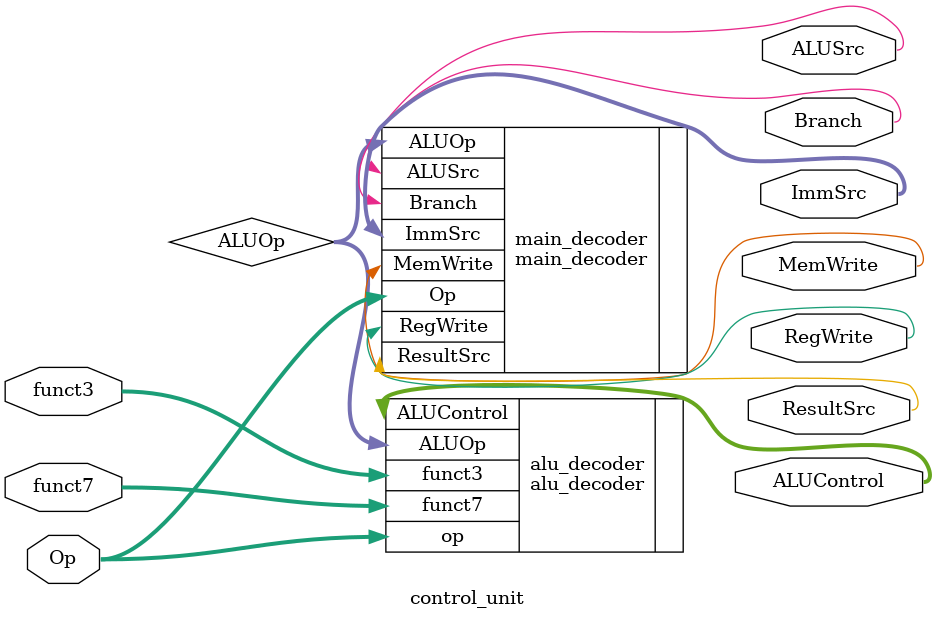
<source format=v>
`include "alu_decoder.v"
`include "main_decoder.v"

module control_unit (
    Op,
    RegWrite,
    ImmSrc,
    ALUSrc,
    MemWrite,
    ResultSrc,
    Branch,
    funct3,
    funct7,
    ALUControl
);

  input [6:0] Op, funct7;
  input [2:0] funct3;
  output RegWrite, ALUSrc, MemWrite, ResultSrc, Branch;
  output [1:0] ImmSrc;
  output [2:0] ALUControl;

  wire [1:0] ALUOp;

  main_decoder main_decoder (
      .Op(Op),
      .RegWrite(RegWrite),
      .ImmSrc(ImmSrc),
      .MemWrite(MemWrite),
      .ResultSrc(ResultSrc),
      .Branch(Branch),
      .ALUSrc(ALUSrc),
      .ALUOp(ALUOp)
  );

  alu_decoder alu_decoder (
      .ALUOp(ALUOp),
      .funct3(funct3),
      .funct7(funct7),
      .op(Op),
      .ALUControl(ALUControl)
  );


endmodule

</source>
